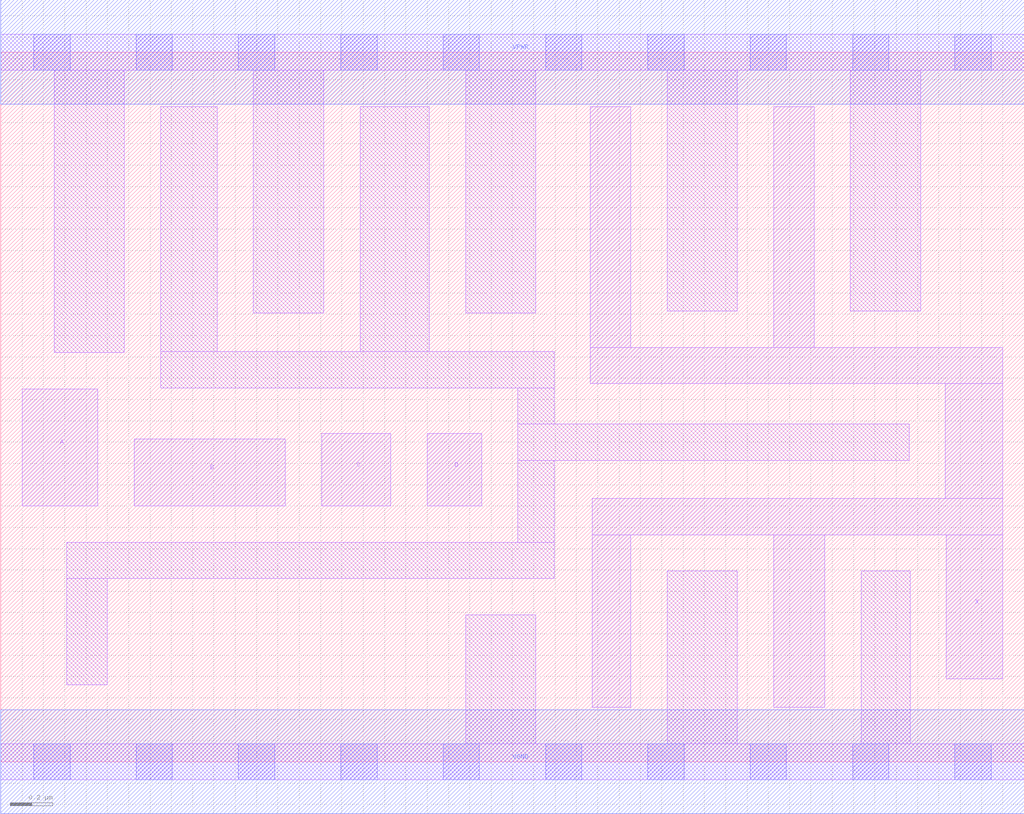
<source format=lef>
# Copyright 2020 The SkyWater PDK Authors
#
# Licensed under the Apache License, Version 2.0 (the "License");
# you may not use this file except in compliance with the License.
# You may obtain a copy of the License at
#
#     https://www.apache.org/licenses/LICENSE-2.0
#
# Unless required by applicable law or agreed to in writing, software
# distributed under the License is distributed on an "AS IS" BASIS,
# WITHOUT WARRANTIES OR CONDITIONS OF ANY KIND, either express or implied.
# See the License for the specific language governing permissions and
# limitations under the License.
#
# SPDX-License-Identifier: Apache-2.0

VERSION 5.7 ;
  NAMESCASESENSITIVE ON ;
  NOWIREEXTENSIONATPIN ON ;
  DIVIDERCHAR "/" ;
  BUSBITCHARS "[]" ;
UNITS
  DATABASE MICRONS 200 ;
END UNITS
MACRO sky130_fd_sc_lp__and4_4
  CLASS CORE ;
  SOURCE USER ;
  FOREIGN sky130_fd_sc_lp__and4_4 ;
  ORIGIN  0.000000  0.000000 ;
  SIZE  4.800000 BY  3.330000 ;
  SYMMETRY X Y R90 ;
  SITE unit ;
  PIN A
    ANTENNAGATEAREA  0.315000 ;
    DIRECTION INPUT ;
    USE SIGNAL ;
    PORT
      LAYER li1 ;
        RECT 0.100000 1.200000 0.455000 1.750000 ;
    END
  END A
  PIN B
    ANTENNAGATEAREA  0.315000 ;
    DIRECTION INPUT ;
    USE SIGNAL ;
    PORT
      LAYER li1 ;
        RECT 0.625000 1.200000 1.335000 1.515000 ;
    END
  END B
  PIN C
    ANTENNAGATEAREA  0.315000 ;
    DIRECTION INPUT ;
    USE SIGNAL ;
    PORT
      LAYER li1 ;
        RECT 1.505000 1.200000 1.830000 1.540000 ;
    END
  END C
  PIN D
    ANTENNAGATEAREA  0.315000 ;
    DIRECTION INPUT ;
    USE SIGNAL ;
    PORT
      LAYER li1 ;
        RECT 2.000000 1.200000 2.255000 1.540000 ;
    END
  END D
  PIN X
    ANTENNADIFFAREA  1.176000 ;
    DIRECTION OUTPUT ;
    USE SIGNAL ;
    PORT
      LAYER li1 ;
        RECT 2.765000 1.775000 4.700000 1.945000 ;
        RECT 2.765000 1.945000 2.955000 3.075000 ;
        RECT 2.775000 0.255000 2.955000 1.065000 ;
        RECT 2.775000 1.065000 4.700000 1.235000 ;
        RECT 3.625000 0.255000 3.865000 1.065000 ;
        RECT 3.625000 1.945000 3.815000 3.075000 ;
        RECT 4.430000 1.235000 4.700000 1.775000 ;
        RECT 4.435000 0.390000 4.700000 1.065000 ;
    END
  END X
  PIN VGND
    DIRECTION INOUT ;
    USE GROUND ;
    PORT
      LAYER met1 ;
        RECT 0.000000 -0.245000 4.800000 0.245000 ;
    END
  END VGND
  PIN VPWR
    DIRECTION INOUT ;
    USE POWER ;
    PORT
      LAYER met1 ;
        RECT 0.000000 3.085000 4.800000 3.575000 ;
    END
  END VPWR
  OBS
    LAYER li1 ;
      RECT 0.000000 -0.085000 4.800000 0.085000 ;
      RECT 0.000000  3.245000 4.800000 3.415000 ;
      RECT 0.250000  1.920000 0.580000 3.245000 ;
      RECT 0.310000  0.360000 0.500000 0.860000 ;
      RECT 0.310000  0.860000 2.595000 1.030000 ;
      RECT 0.750000  1.755000 2.595000 1.925000 ;
      RECT 0.750000  1.925000 1.015000 3.075000 ;
      RECT 1.185000  2.105000 1.515000 3.245000 ;
      RECT 1.685000  1.925000 2.010000 3.075000 ;
      RECT 2.180000  0.085000 2.510000 0.690000 ;
      RECT 2.180000  2.105000 2.510000 3.245000 ;
      RECT 2.425000  1.030000 2.595000 1.415000 ;
      RECT 2.425000  1.415000 4.260000 1.585000 ;
      RECT 2.425000  1.585000 2.595000 1.755000 ;
      RECT 3.125000  0.085000 3.455000 0.895000 ;
      RECT 3.125000  2.115000 3.455000 3.245000 ;
      RECT 3.985000  2.115000 4.315000 3.245000 ;
      RECT 4.035000  0.085000 4.265000 0.895000 ;
    LAYER mcon ;
      RECT 0.155000 -0.085000 0.325000 0.085000 ;
      RECT 0.155000  3.245000 0.325000 3.415000 ;
      RECT 0.635000 -0.085000 0.805000 0.085000 ;
      RECT 0.635000  3.245000 0.805000 3.415000 ;
      RECT 1.115000 -0.085000 1.285000 0.085000 ;
      RECT 1.115000  3.245000 1.285000 3.415000 ;
      RECT 1.595000 -0.085000 1.765000 0.085000 ;
      RECT 1.595000  3.245000 1.765000 3.415000 ;
      RECT 2.075000 -0.085000 2.245000 0.085000 ;
      RECT 2.075000  3.245000 2.245000 3.415000 ;
      RECT 2.555000 -0.085000 2.725000 0.085000 ;
      RECT 2.555000  3.245000 2.725000 3.415000 ;
      RECT 3.035000 -0.085000 3.205000 0.085000 ;
      RECT 3.035000  3.245000 3.205000 3.415000 ;
      RECT 3.515000 -0.085000 3.685000 0.085000 ;
      RECT 3.515000  3.245000 3.685000 3.415000 ;
      RECT 3.995000 -0.085000 4.165000 0.085000 ;
      RECT 3.995000  3.245000 4.165000 3.415000 ;
      RECT 4.475000 -0.085000 4.645000 0.085000 ;
      RECT 4.475000  3.245000 4.645000 3.415000 ;
  END
END sky130_fd_sc_lp__and4_4
END LIBRARY

</source>
